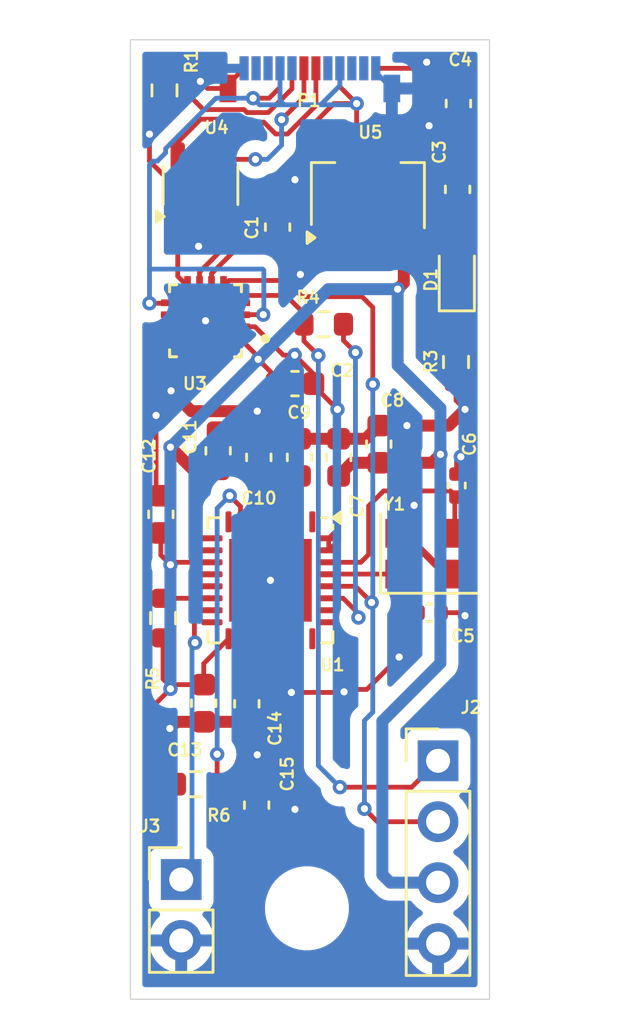
<source format=kicad_pcb>
(kicad_pcb (version 20240108) (generator "pcbnew") (generator_version "8.0")
  (layers (0 "F.Cu" signal) (31 "B.Cu" signal) (34 "B.Paste" user) (35 "F.Paste" user) (36 "B.SilkS" user "B.Silkscreen") (37 "F.SilkS" user "F.Silkscreen") (38 "B.Mask" user) (39 "F.Mask" user) (44 "Edge.Cuts" user))
  (net 0 "")
  (net 1 "GND")
  (net 2 "Net-(U3-V3)")
  (net 3 "VDD3P3")
  (net 4 "VBUS")
  (net 5 "Net-(U1-VDD_SPI{slash}GPIO11)")
  (net 6 "RESET")
  (net 7 "TXD")
  (net 8 "RXD")
  (net 9 "BOOT")
  (net 10 "Net-(D1-K)")
  (net 11 "Net-(U1-U0RXD{slash}GPIO20)")
  (net 12 "Net-(U1-GPIO8)")
  (net 21 "Net-(U1-XTAL_N)")
  (net 30 "Net-(U1-XTAL_P)")
  (net 40 "Net-(P1-D+)")
  (net 48 "Net-(P1-CC)")
  (net 49 "Net-(P1-D-)")
  (net 54 "/EMI_D+")
  (net 55 "/EMI_D-")
  (footprint "Connector_PinHeader_2.54mm:PinHeader_1x02_P2.54mm_Vertical" (layer "F.Cu") (at 102.125 99.65)
    (property "Reference" "J3" (at -1.3 -2.225 0) (layer "F.SilkS") (effects (font (size 0.5 0.5) (thickness 0.1))))
    (property "Value" "Conn_01x02_Socket")
    (pad "1" thru_hole rect (at 0 0) (size 1.7 1.7) (drill 1) (layers "*.Cu" "*.Mask") (net 9 "BOOT"))
    (pad "2" thru_hole oval (at 0 2.54) (size 1.7 1.7) (drill 1) (layers "*.Cu" "*.Mask") (net 1 "GND"))
  )
  (footprint "Misc:CH343P" (layer "F.Cu") (at 103.14 76.355 180)
    (property "Reference" "U3" (at 0.44 -2.62 0) (layer "F.SilkS") (effects (font (size 0.5 0.5) (thickness 0.1))))
    (property "Value" "CH343P")
    (pad "1" smd roundrect (at -1.445 -0.75 180) (size 0.84 0.28) (layers "F.Cu" "F.Paste" "F.Mask") (roundrect_rratio 0.125) (net 3 "VDD3P3"))
    (pad "2" smd roundrect (at -1.445 -0.25 180) (size 0.84 0.28) (layers "F.Cu" "F.Paste" "F.Mask") (roundrect_rratio 0.125) (net 1 "GND"))
    (pad "3" smd roundrect (at -1.445 0.25 180) (size 0.84 0.28) (layers "F.Cu" "F.Paste" "F.Mask") (roundrect_rratio 0.125) (net 4 "VBUS"))
    (pad "4" smd roundrect (at -1.445 0.75 180) (size 0.84 0.28) (layers "F.Cu" "F.Paste" "F.Mask") (roundrect_rratio 0.125) (net 7 "TXD"))
    (pad "5" smd roundrect (at -0.75 1.445 180) (size 0.28 0.84) (layers "F.Cu" "F.Paste" "F.Mask") (roundrect_rratio 0.125) (net 8 "RXD"))
    (pad "6" smd roundrect (at -0.25 1.445 180) (size 0.28 0.84) (layers "F.Cu" "F.Paste" "F.Mask") (roundrect_rratio 0.125) (net 2 "Net-(U3-V3)"))
    (pad "7" smd roundrect (at 0.25 1.445 180) (size 0.28 0.84) (layers "F.Cu" "F.Paste" "F.Mask") (roundrect_rratio 0.125) (net 54 "/EMI_D+"))
    (pad "8" smd roundrect (at 0.75 1.445 180) (size 0.28 0.84) (layers "F.Cu" "F.Paste" "F.Mask") (roundrect_rratio 0.125) (net 55 "/EMI_D-"))
    (pad "9" smd roundrect (at 1.445 0.75 180) (size 0.84 0.28) (layers "F.Cu" "F.Paste" "F.Mask") (roundrect_rratio 0.125) (net 4 "VBUS"))
    (pad "10" smd roundrect (at 1.445 0.25 180) (size 0.84 0.28) (layers "F.Cu" "F.Paste" "F.Mask") (roundrect_rratio 0.125))
    (pad "11" smd roundrect (at 1.445 -0.25 180) (size 0.84 0.28) (layers "F.Cu" "F.Paste" "F.Mask") (roundrect_rratio 0.125))
    (pad "12" smd roundrect (at 1.445 -0.75 180) (size 0.84 0.28) (layers "F.Cu" "F.Paste" "F.Mask") (roundrect_rratio 0.125))
    (pad "13" smd roundrect (at 0.75 -1.445 180) (size 0.28 0.84) (layers "F.Cu" "F.Paste" "F.Mask") (roundrect_rratio 0.125))
    (pad "14" smd roundrect (at 0.25 -1.445 180) (size 0.28 0.84) (layers "F.Cu" "F.Paste" "F.Mask") (roundrect_rratio 0.125))
    (pad "15" smd roundrect (at -0.25 -1.445 180) (size 0.28 0.84) (layers "F.Cu" "F.Paste" "F.Mask") (roundrect_rratio 0.125))
    (pad "16" smd roundrect (at -0.75 -1.445 180) (size 0.28 0.84) (layers "F.Cu" "F.Paste" "F.Mask") (roundrect_rratio 0.125))
    (pad "17" smd rect (at 0 0 180) (size 1.7 1.7) (layers "F.Cu" "F.Mask") (net 1 "GND"))
  )
  (footprint "Package_TO_SOT_SMD:SOT-23-6" (layer "F.Cu") (at 102.93 70.71 90)
    (property "Reference" "U4" (at 2.41 0.67 180) (layer "F.SilkS") (effects (font (size 0.5 0.5) (thickness 0.1))))
    (property "Value" "USBLC6-2SC6")
    (pad "1" smd roundrect (at -1.1375 -0.95 90) (size 1.325 0.6) (layers "F.Cu" "F.Paste" "F.Mask") (net 55 "/EMI_D-"))
    (pad "2" smd roundrect (at -1.1375 0 90) (size 1.325 0.6) (layers "F.Cu" "F.Paste" "F.Mask") (net 1 "GND"))
    (pad "3" smd roundrect (at -1.1375 0.95 90) (size 1.325 0.6) (layers "F.Cu" "F.Paste" "F.Mask") (net 54 "/EMI_D+"))
    (pad "4" smd roundrect (at 1.1375 0.95 90) (size 1.325 0.6) (layers "F.Cu" "F.Paste" "F.Mask") (net 40 "Net-(P1-D+)"))
    (pad "5" smd roundrect (at 1.1375 0 90) (size 1.325 0.6) (layers "F.Cu" "F.Paste" "F.Mask") (net 4 "VBUS"))
    (pad "6" smd roundrect (at 1.1375 -0.95 90) (size 1.325 0.6) (layers "F.Cu" "F.Paste" "F.Mask") (net 49 "Net-(P1-D-)"))
  )
  (footprint "Capacitor_SMD:C_0603_1608Metric" (layer "F.Cu") (at 106.15 72.45 90)
    (property "Reference" "C1" (at -0.025 -1.075 90) (layer "F.SilkS") (effects (font (size 0.5 0.5) (thickness 0.1))))
    (property "Value" "100nF")
    (pad "1" smd roundrect (at -0.775 0 90) (size 0.9 0.95) (layers "F.Cu" "F.Paste" "F.Mask") (net 2 "Net-(U3-V3)"))
    (pad "2" smd roundrect (at 0.775 0 90) (size 0.9 0.95) (layers "F.Cu" "F.Paste" "F.Mask") (net 1 "GND"))
  )
  (footprint "Capacitor_SMD:C_0603_1608Metric" (layer "F.Cu") (at 113.666667 70.878333 90)
    (property "Reference" "C3" (at 1.553333 -0.766667 90) (layer "F.SilkS") (effects (font (size 0.5 0.5) (thickness 0.1))))
    (property "Value" "22uF")
    (pad "1" smd roundrect (at -0.775 0 90) (size 0.9 0.95) (layers "F.Cu" "F.Paste" "F.Mask") (net 3 "VDD3P3"))
    (pad "2" smd roundrect (at 0.775 0 90) (size 0.9 0.95) (layers "F.Cu" "F.Paste" "F.Mask") (net 1 "GND"))
  )
  (footprint "Capacitor_SMD:C_0603_1608Metric" (layer "F.Cu") (at 108.7 82.05 90)
    (property "Reference" "C7" (at -2.025 0.775 90) (layer "F.SilkS") (effects (font (size 0.5 0.5) (thickness 0.1))))
    (property "Value" "10nF")
    (pad "1" smd roundrect (at -0.775 0 90) (size 0.9 0.95) (layers "F.Cu" "F.Paste" "F.Mask") (net 3 "VDD3P3"))
    (pad "2" smd roundrect (at 0.775 0 90) (size 0.9 0.95) (layers "F.Cu" "F.Paste" "F.Mask") (net 1 "GND"))
  )
  (footprint "LED_SMD:LED_0603_1608Metric" (layer "F.Cu") (at 113.633334 74.456666 90)
    (property "Reference" "D1" (at -0.193334 -1.083334 90) (layer "F.SilkS") (effects (font (size 0.5 0.5) (thickness 0.1))))
    (property "Value" "KT-0603R")
    (pad "1" smd roundrect (at -0.7875 0 90) (size 0.875 0.95) (layers "F.Cu" "F.Paste" "F.Mask") (net 10 "Net-(D1-K)"))
    (pad "2" smd roundrect (at 0.7875 0 90) (size 0.875 0.95) (layers "F.Cu" "F.Paste" "F.Mask") (net 3 "VDD3P3"))
  )
  (footprint "Resistor_SMD:R_0603_1608Metric" (layer "F.Cu") (at 101.365 88.75 90)
    (property "Reference" "R5" (at -2.525 -0.425 90) (layer "F.SilkS") (effects (font (size 0.5 0.5) (thickness 0.1))))
    (property "Value" "10k")
    (pad "1" smd roundrect (at -0.825 0 90) (size 0.8 0.95) (layers "F.Cu" "F.Paste" "F.Mask") (net 3 "VDD3P3"))
    (pad "2" smd roundrect (at 0.825 0 90) (size 0.8 0.95) (layers "F.Cu" "F.Paste" "F.Mask") (net 12 "Net-(U1-GPIO8)"))
  )
  (footprint "Capacitor_SMD:C_0603_1608Metric" (layer "F.Cu") (at 103.665 81.775 90)
    (property "Reference" "C11" (at 0.575 -1.175 90) (layer "F.SilkS") (effects (font (size 0.5 0.5) (thickness 0.1))))
    (property "Value" "10uF")
    (pad "1" smd roundrect (at -0.775 0 90) (size 0.9 0.95) (layers "F.Cu" "F.Paste" "F.Mask") (net 3 "VDD3P3"))
    (pad "2" smd roundrect (at 0.775 0 90) (size 0.9 0.95) (layers "F.Cu" "F.Paste" "F.Mask") (net 1 "GND"))
  )
  (footprint "Capacitor_SMD:C_0603_1608Metric" (layer "F.Cu") (at 105.275 96.55 -90)
    (property "Reference" "C15" (at -1.3 -1.275 90) (layer "F.SilkS") (effects (font (size 0.5 0.5) (thickness 0.1) (bold yes))))
    (property "Value" "1uF")
    (pad "1" smd roundrect (at -0.775 0 270) (size 0.9 0.95) (layers "F.Cu" "F.Paste" "F.Mask") (net 6 "RESET"))
    (pad "2" smd roundrect (at 0.775 0 270) (size 0.9 0.95) (layers "F.Cu" "F.Paste" "F.Mask") (net 1 "GND"))
  )
  (footprint "Resistor_SMD:R_0603_1608Metric" (layer "F.Cu") (at 101.425 66.75 -90)
    (property "Reference" "R1" (at -1.2 -1.125 90) (layer "F.SilkS") (effects (font (size 0.5 0.5) (thickness 0.1))))
    (property "Value" "5.1k")
    (pad "1" smd roundrect (at -0.825 0 270) (size 0.8 0.95) (layers "F.Cu" "F.Paste" "F.Mask") (net 48 "Net-(P1-CC)"))
    (pad "2" smd roundrect (at 0.825 0 270) (size 0.8 0.95) (layers "F.Cu" "F.Paste" "F.Mask") (net 1 "GND"))
  )
  (footprint "Package_TO_SOT_SMD:SOT-89-3" (layer "F.Cu") (at 109.92 71.12 90)
    (property "Reference" "U5" (at 2.62 0.105 180) (layer "F.SilkS") (effects (font (size 0.5 0.5) (thickness 0.1))))
    (property "Value" "HT75xx-1-SOT89")
    (pad "1" smd roundrect (at -1.95 -1.5 90) (size 1.3 0.9) (layers "F.Cu" "F.Paste" "F.Mask") (net 1 "GND"))
    (pad "2" smd custom (at -1.8625 0 90) (size 1.475 0.9) (layers "F.Cu" "F.Paste" "F.Mask") (net 4 "VBUS") (options (clearance outline) (anchor rect)) (primitives (gr_poly (pts (xy 3.8625 0.8665) (xy 0.7375 0.8665) (xy 0.7375 -0.8665) (xy 3.8625 -0.8665)) (width 0) (fill yes))))
    (pad "3" smd roundrect (at -1.95 1.5 90) (size 1.3 0.9) (layers "F.Cu" "F.Paste" "F.Mask") (net 3 "VDD3P3"))
  )
  (footprint "Connector_PinHeader_2.54mm:PinHeader_1x04_P2.54mm_Vertical" (layer "F.Cu") (at 112.85 94.7)
    (property "Reference" "J2" (at 1.375 -2.225 0) (layer "F.SilkS") (effects (font (size 0.5 0.5) (thickness 0.1))))
    (property "Value" "Conn_01x04_Socket")
    (pad "1" thru_hole rect (at 0 0) (size 1.7 1.7) (drill 1) (layers "*.Cu" "*.Mask") (net 7 "TXD"))
    (pad "2" thru_hole oval (at 0 2.54) (size 1.7 1.7) (drill 1) (layers "*.Cu" "*.Mask") (net 8 "RXD"))
    (pad "3" thru_hole oval (at 0 5.08) (size 1.7 1.7) (drill 1) (layers "*.Cu" "*.Mask") (net 3 "VDD3P3"))
    (pad "4" thru_hole oval (at 0 7.62) (size 1.7 1.7) (drill 1) (layers "*.Cu" "*.Mask") (net 1 "GND"))
  )
  (footprint "MountingHole:MountingHole_3mm" (layer "F.Cu") (at 107.375 100.85)
    (property "Reference" "REF**" (hide yes))
    (property "Value" "MountingHole_3mm")
    (pad "" np_thru_hole circle (at 0 0) (size 3 3) (drill 3) (layers "*.Cu" "*.Mask"))
  )
  (footprint "Crystal:Crystal_SMD_3225-4Pin_3.2x2.5mm" (layer "F.Cu") (at 112.45 86.065)
    (property "Reference" "Y1" (at -1.425 -2.065 0) (layer "F.SilkS") (effects (font (size 0.5 0.5) (thickness 0.1))))
    (property "Value" "Crystal_GND24")
    (pad "1" smd rect (at -1.1 0.85) (size 1.4 1.2) (layers "F.Cu" "F.Paste" "F.Mask") (net 21 "Net-(U1-XTAL_N)"))
    (pad "2" smd rect (at 1.1 0.85) (size 1.4 1.2) (layers "F.Cu" "F.Paste" "F.Mask") (net 1 "GND"))
    (pad "3" smd rect (at 1.1 -0.85) (size 1.4 1.2) (layers "F.Cu" "F.Paste" "F.Mask") (net 30 "Net-(U1-XTAL_P)"))
    (pad "4" smd rect (at -1.1 -0.85) (size 1.4 1.2) (layers "F.Cu" "F.Paste" "F.Mask") (net 1 "GND"))
  )
  (footprint "Capacitor_SMD:C_0402_1005Metric" (layer "F.Cu") (at 113.625 83.225 90)
    (property "Reference" "C6" (at 1.725 0.535 90) (layer "F.SilkS") (effects (font (size 0.5 0.5) (thickness 0.1))))
    (property "Value" "20pF")
    (pad "1" smd roundrect (at -0.48 0 90) (size 0.56 0.62) (layers "F.Cu" "F.Paste" "F.Mask") (net 30 "Net-(U1-XTAL_P)"))
    (pad "2" smd roundrect (at 0.48 0 90) (size 0.56 0.62) (layers "F.Cu" "F.Paste" "F.Mask") (net 1 "GND"))
  )
  (footprint "Connector_USB:USB_C_Plug_Molex_105444" (layer "F.Cu") (at 107.5 65.79)
    (property "Reference" "P1" (at -0.05 1.385 0) (layer "F.SilkS") (effects (font (size 0.5 0.5) (thickness 0.1))))
    (property "Value" "USB_C_Plug")
    (pad "A1" smd rect (at -2.75 0.04) (size 0.38 1) (layers "F.Cu" "F.Paste" "F.Mask") (net 1 "GND"))
    (pad "A2" smd rect (at -2.25 0.04) (size 0.38 1) (layers "F.Cu" "F.Paste" "F.Mask"))
    (pad "A3" smd rect (at -1.75 0.04) (size 0.38 1) (layers "F.Cu" "F.Paste" "F.Mask"))
    (pad "A4" smd rect (at -1.25 0.04) (size 0.38 1) (layers "F.Cu" "F.Paste" "F.Mask") (net 4 "VBUS"))
    (pad "A5" smd rect (at -0.75 0.04) (size 0.38 1) (layers "F.Cu" "F.Paste" "F.Mask") (net 48 "Net-(P1-CC)"))
    (pad "A6" smd rect (at -0.25 0.04) (size 0.38 1) (layers "F.Cu" "F.Paste" "F.Mask") (net 40 "Net-(P1-D+)"))
    (pad "A7" smd rect (at 0.25 0.04) (size 0.38 1) (layers "F.Cu" "F.Paste" "F.Mask") (net 49 "Net-(P1-D-)"))
    (pad "A8" smd rect (at 0.75 0.04) (size 0.38 1) (layers "F.Cu" "F.Paste" "F.Mask"))
    (pad "A9" smd rect (at 1.25 0.04) (size 0.38 1) (layers "F.Cu" "F.Paste" "F.Mask") (net 4 "VBUS"))
    (pad "A10" smd rect (at 1.75 0.04) (size 0.38 1) (layers "F.Cu" "F.Paste" "F.Mask"))
    (pad "A11" smd rect (at 2.25 0.04) (size 0.38 1) (layers "F.Cu" "F.Paste" "F.Mask"))
    (pad "A12" smd rect (at 2.75 0.04) (size 0.38 1) (layers "F.Cu" "F.Paste" "F.Mask") (net 1 "GND"))
    (pad "B1" smd rect (at 2.75 0.04) (size 0.38 1) (layers "B.Cu" "B.Paste" "B.Mask") (net 1 "GND"))
    (pad "B2" smd rect (at 2.25 0.04) (size 0.38 1) (layers "B.Cu" "B.Paste" "B.Mask"))
    (pad "B3" smd rect (at 1.75 0.04) (size 0.38 1) (layers "B.Cu" "B.Paste" "B.Mask"))
    (pad "B4" smd rect (at 1.25 0.04) (size 0.38 1) (layers "B.Cu" "B.Paste" "B.Mask") (net 4 "VBUS"))
    (pad "B5" smd rect (at 0.75 0.04) (size 0.38 1) (layers "B.Cu" "B.Paste" "B.Mask"))
    (pad "B8" smd rect (at -0.75 0.04) (size 0.38 1) (layers "B.Cu" "B.Paste" "B.Mask"))
    (pad "B9" smd rect (at -1.25 0.04) (size 0.38 1) (layers "B.Cu" "B.Paste" "B.Mask") (net 4 "VBUS"))
    (pad "B10" smd rect (at -1.75 0.04) (size 0.38 1) (layers "B.Cu" "B.Paste" "B.Mask"))
    (pad "B11" smd rect (at -2.25 0.04) (size 0.38 1) (layers "B.Cu" "B.Paste" "B.Mask"))
    (pad "B12" smd rect (at -2.75 0.04) (size 0.38 1) (layers "B.Cu" "B.Paste" "B.Mask") (net 1 "GND"))
    (pad "S1" smd rect (at -3.42 0.88) (size 0.7 1.15) (layers "F.Cu" "F.Paste" "F.Mask") (net 1 "GND"))
    (pad "S1" smd rect (at 3.42 0.88) (size 0.7 1.15) (layers "B.Cu" "B.Paste" "B.Mask") (net 1 "GND"))
  )
  (footprint "Resistor_SMD:R_0603_1608Metric" (layer "F.Cu") (at 102.75 95.675)
    (property "Reference" "R6" (at 0.95 1.3 0) (layer "F.SilkS") (effects (font (size 0.5 0.5) (thickness 0.1))))
    (property "Value" "10k")
    (pad "1" smd roundrect (at -0.825 0) (size 0.8 0.95) (layers "F.Cu" "F.Paste" "F.Mask") (net 3 "VDD3P3"))
    (pad "2" smd roundrect (at 0.825 0) (size 0.8 0.95) (layers "F.Cu" "F.Paste" "F.Mask") (net 6 "RESET"))
  )
  (footprint "Capacitor_SMD:C_0603_1608Metric" (layer "F.Cu") (at 105.365 82.05 90)
    (property "Reference" "C10" (at -1.7 0.01 180) (layer "F.SilkS") (effects (font (size 0.5 0.5) (thickness 0.1))))
    (property "Value" "100nF")
    (pad "1" smd roundrect (at -0.775 0 90) (size 0.9 0.95) (layers "F.Cu" "F.Paste" "F.Mask") (net 3 "VDD3P3"))
    (pad "2" smd roundrect (at 0.775 0 90) (size 0.9 0.95) (layers "F.Cu" "F.Paste" "F.Mask") (net 1 "GND"))
  )
  (footprint "Capacitor_SMD:C_0603_1608Metric" (layer "F.Cu") (at 104.865 92.325 -90)
    (property "Reference" "C14" (at 1.025 -1.175 90) (layer "F.SilkS") (effects (font (size 0.5 0.5) (thickness 0.1))))
    (property "Value" "1uF")
    (pad "1" smd roundrect (at -0.775 0 270) (size 0.9 0.95) (layers "F.Cu" "F.Paste" "F.Mask") (net 5 "Net-(U1-VDD_SPI{slash}GPIO11)"))
    (pad "2" smd roundrect (at 0.775 0 270) (size 0.9 0.95) (layers "F.Cu" "F.Paste" "F.Mask") (net 1 "GND"))
  )
  (footprint "Package_DFN_QFN:QFN-32-1EP_5x5mm_P0.5mm_EP3.45x3.45mm" (layer "F.Cu") (at 105.85 87.175 -90)
    (property "Reference" "U1" (at 3.525 -2.59 180) (layer "F.SilkS") (effects (font (size 0.5 0.5) (thickness 0.1))))
    (property "Value" "ESP32-C3")
    (pad "1" smd roundrect (at -2.4375 -1.75 270) (size 0.875 0.25) (layers "F.Cu" "F.Paste" "F.Mask"))
    (pad "2" smd roundrect (at -2.4375 -1.25 270) (size 0.875 0.25) (layers "F.Cu" "F.Paste" "F.Mask") (net 3 "VDD3P3"))
    (pad "3" smd roundrect (at -2.4375 -0.75 270) (size 0.875 0.25) (layers "F.Cu" "F.Paste" "F.Mask") (net 3 "VDD3P3"))
    (pad "4" smd roundrect (at -2.4375 -0.25 270) (size 0.875 0.25) (layers "F.Cu" "F.Paste" "F.Mask"))
    (pad "5" smd roundrect (at -2.4375 0.25 270) (size 0.875 0.25) (layers "F.Cu" "F.Paste" "F.Mask"))
    (pad "6" smd roundrect (at -2.4375 0.75 270) (size 0.875 0.25) (layers "F.Cu" "F.Paste" "F.Mask"))
    (pad "7" smd roundrect (at -2.4375 1.25 270) (size 0.875 0.25) (layers "F.Cu" "F.Paste" "F.Mask") (net 6 "RESET"))
    (pad "8" smd roundrect (at -2.4375 1.75 270) (size 0.875 0.25) (layers "F.Cu" "F.Paste" "F.Mask"))
    (pad "9" smd roundrect (at -1.75 2.4375 270) (size 0.25 0.875) (layers "F.Cu" "F.Paste" "F.Mask"))
    (pad "10" smd roundrect (at -1.25 2.4375 270) (size 0.25 0.875) (layers "F.Cu" "F.Paste" "F.Mask"))
    (pad "11" smd roundrect (at -0.75 2.4375 270) (size 0.25 0.875) (layers "F.Cu" "F.Paste" "F.Mask") (net 3 "VDD3P3"))
    (pad "12" smd roundrect (at -0.25 2.4375 270) (size 0.25 0.875) (layers "F.Cu" "F.Paste" "F.Mask"))
    (pad "13" smd roundrect (at 0.25 2.4375 270) (size 0.25 0.875) (layers "F.Cu" "F.Paste" "F.Mask"))
    (pad "14" smd roundrect (at 0.75 2.4375 270) (size 0.25 0.875) (layers "F.Cu" "F.Paste" "F.Mask") (net 12 "Net-(U1-GPIO8)"))
    (pad "15" smd roundrect (at 1.25 2.4375 270) (size 0.25 0.875) (layers "F.Cu" "F.Paste" "F.Mask") (net 9 "BOOT"))
    (pad "16" smd roundrect (at 1.75 2.4375 270) (size 0.25 0.875) (layers "F.Cu" "F.Paste" "F.Mask"))
    (pad "17" smd roundrect (at 2.4375 1.75 270) (size 0.875 0.25) (layers "F.Cu" "F.Paste" "F.Mask") (net 3 "VDD3P3"))
    (pad "18" smd roundrect (at 2.4375 1.25 270) (size 0.875 0.25) (layers "F.Cu" "F.Paste" "F.Mask") (net 5 "Net-(U1-VDD_SPI{slash}GPIO11)"))
    (pad "19" smd roundrect (at 2.4375 0.75 270) (size 0.875 0.25) (layers "F.Cu" "F.Paste" "F.Mask"))
    (pad "20" smd roundrect (at 2.4375 0.25 270) (size 0.875 0.25) (layers "F.Cu" "F.Paste" "F.Mask"))
    (pad "21" smd roundrect (at 2.4375 -0.25 270) (size 0.875 0.25) (layers "F.Cu" "F.Paste" "F.Mask"))
    (pad "22" smd roundrect (at 2.4375 -0.75 270) (size 0.875 0.25) (layers "F.Cu" "F.Paste" "F.Mask"))
    (pad "23" smd roundrect (at 2.4375 -1.25 270) (size 0.875 0.25) (layers "F.Cu" "F.Paste" "F.Mask"))
    (pad "24" smd roundrect (at 2.4375 -1.75 270) (size 0.875 0.25) (layers "F.Cu" "F.Paste" "F.Mask"))
    (pad "25" smd roundrect (at 1.75 -2.4375 270) (size 0.25 0.875) (layers "F.Cu" "F.Paste" "F.Mask"))
    (pad "26" smd roundrect (at 1.25 -2.4375 270) (size 0.25 0.875) (layers "F.Cu" "F.Paste" "F.Mask"))
    (pad "27" smd roundrect (at 0.75 -2.4375 270) (size 0.25 0.875) (layers "F.Cu" "F.Paste" "F.Mask") (net 11 "Net-(U1-U0RXD{slash}GPIO20)"))
    (pad "28" smd roundrect (at 0.25 -2.4375 270) (size 0.25 0.875) (layers "F.Cu" "F.Paste" "F.Mask") (net 8 "RXD"))
    (pad "29" smd roundrect (at -0.25 -2.4375 270) (size 0.25 0.875) (layers "F.Cu" "F.Paste" "F.Mask") (net 21 "Net-(U1-XTAL_N)"))
    (pad "30" smd roundrect (at -0.75 -2.4375 270) (size 0.25 0.875) (layers "F.Cu" "F.Paste" "F.Mask") (net 30 "Net-(U1-XTAL_P)"))
    (pad "31" smd roundrect (at -1.25 -2.4375 270) (size 0.25 0.875) (layers "F.Cu" "F.Paste" "F.Mask") (net 3 "VDD3P3"))
    (pad "32" smd roundrect (at -1.75 -2.4375 270) (size 0.25 0.875) (layers "F.Cu" "F.Paste" "F.Mask") (net 3 "VDD3P3"))
    (pad "33" smd rect (at 0 0 270) (size 3.45 3.45) (property pad_prop_heatsink) (layers "F.Cu" "F.Mask") (net 1 "GND"))
  )
  (footprint "Capacitor_SMD:C_0603_1608Metric" (layer "F.Cu") (at 101.275 84.425 90)
    (property "Reference" "C12" (at 2.425 -0.49 90) (layer "F.SilkS") (effects (font (size 0.5 0.5) (thickness 0.1))))
    (property "Value" "100nF")
    (pad "1" smd roundrect (at -0.775 0 90) (size 0.9 0.95) (layers "F.Cu" "F.Paste" "F.Mask") (net 3 "VDD3P3"))
    (pad "2" smd roundrect (at 0.775 0 90) (size 0.9 0.95) (layers "F.Cu" "F.Paste" "F.Mask") (net 1 "GND"))
  )
  (footprint "Capacitor_SMD:C_0603_1608Metric" (layer "F.Cu") (at 106.875 78.975)
    (property "Reference" "C2" (at 1.975 -0.55 0) (layer "F.SilkS") (effects (font (size 0.5 0.5) (thickness 0.1))))
    (property "Value" "1uF")
    (pad "1" smd roundrect (at -0.775 0) (size 0.9 0.95) (layers "F.Cu" "F.Paste" "F.Mask") (net 3 "VDD3P3"))
    (pad "2" smd roundrect (at 0.775 0) (size 0.9 0.95) (layers "F.Cu" "F.Paste" "F.Mask") (net 1 "GND"))
  )
  (footprint "Capacitor_SMD:C_0603_1608Metric" (layer "F.Cu") (at 107.065 82.05 90)
    (property "Reference" "C9" (at 1.875 -0.015 180) (layer "F.SilkS") (effects (font (size 0.5 0.5) (thickness 0.1))))
    (property "Value" "1uF")
    (pad "1" smd roundrect (at -0.775 0 90) (size 0.9 0.95) (layers "F.Cu" "F.Paste" "F.Mask") (net 3 "VDD3P3"))
    (pad "2" smd roundrect (at 0.775 0 90) (size 0.9 0.95) (layers "F.Cu" "F.Paste" "F.Mask") (net 1 "GND"))
  )
  (footprint "Resistor_SMD:R_0603_1608Metric" (layer "F.Cu") (at 113.600001 78.075 90)
    (property "Reference" "R3" (at 0.025 -1.050001 90) (layer "F.SilkS") (effects (font (size 0.5 0.5) (thickness 0.1))))
    (property "Value" "100")
    (pad "1" smd roundrect (at -0.825 0 90) (size 0.8 0.95) (layers "F.Cu" "F.Paste" "F.Mask") (net 1 "GND"))
    (pad "2" smd roundrect (at 0.825 0 90) (size 0.8 0.95) (layers "F.Cu" "F.Paste" "F.Mask") (net 10 "Net-(D1-K)"))
  )
  (footprint "Capacitor_SMD:C_0603_1608Metric" (layer "F.Cu") (at 103.065 92.3 -90)
    (property "Reference" "C13" (at 1.95 0.79 180) (layer "F.SilkS") (effects (font (size 0.5 0.5) (thickness 0.1))))
    (property "Value" "1uF")
    (pad "1" smd roundrect (at -0.775 0 270) (size 0.9 0.95) (layers "F.Cu" "F.Paste" "F.Mask") (net 3 "VDD3P3"))
    (pad "2" smd roundrect (at 0.775 0 270) (size 0.9 0.95) (layers "F.Cu" "F.Paste" "F.Mask") (net 1 "GND"))
  )
  (footprint "Capacitor_SMD:C_0603_1608Metric" (layer "F.Cu") (at 110.375 81.5 90)
    (property "Reference" "C8" (at 1.825 0.575 180) (layer "F.SilkS") (effects (font (size 0.5 0.5) (thickness 0.1))))
    (property "Value" "1uF")
    (pad "1" smd roundrect (at -0.775 0 90) (size 0.9 0.95) (layers "F.Cu" "F.Paste" "F.Mask") (net 3 "VDD3P3"))
    (pad "2" smd roundrect (at 0.775 0 90) (size 0.9 0.95) (layers "F.Cu" "F.Paste" "F.Mask") (net 1 "GND"))
  )
  (footprint "Capacitor_SMD:C_0603_1608Metric" (layer "F.Cu") (at 113.7 67.3 -90)
    (property "Reference" "C4" (at -1.825 -0.075 180) (layer "F.SilkS") (effects (font (size 0.5 0.5) (thickness 0.1))))
    (property "Value" "22uF")
    (pad "1" smd roundrect (at -0.775 0 270) (size 0.9 0.95) (layers "F.Cu" "F.Paste" "F.Mask") (net 4 "VBUS"))
    (pad "2" smd roundrect (at 0.775 0 270) (size 0.9 0.95) (layers "F.Cu" "F.Paste" "F.Mask") (net 1 "GND"))
  )
  (footprint "Capacitor_SMD:C_0402_1005Metric" (layer "F.Cu") (at 112.495 88.525)
    (property "Reference" "C5" (at 1.4 0.975 0) (layer "F.SilkS") (effects (font (size 0.5 0.5) (thickness 0.1))))
    (property "Value" "20pF")
    (pad "1" smd roundrect (at -0.48 0) (size 0.56 0.62) (layers "F.Cu" "F.Paste" "F.Mask") (net 21 "Net-(U1-XTAL_N)"))
    (pad "2" smd roundrect (at 0.48 0) (size 0.56 0.62) (layers "F.Cu" "F.Paste" "F.Mask") (net 1 "GND"))
  )
  (footprint "Resistor_SMD:R_0603_1608Metric" (layer "F.Cu") (at 108.075 76.5)
    (property "Reference" "R4" (at -0.65 -1.125 0) (layer "F.SilkS") (effects (font (size 0.5 0.5) (thickness 0.1))))
    (property "Value" "499")
    (pad "1" smd roundrect (at -0.825 0) (size 0.8 0.95) (layers "F.Cu" "F.Paste" "F.Mask") (net 7 "TXD"))
    (pad "2" smd roundrect (at 0.825 0) (size 0.8 0.95) (layers "F.Cu" "F.Paste" "F.Mask") (net 11 "Net-(U1-U0RXD{slash}GPIO20)"))
  )
  (gr_rect (start 100 64.64) (end 115 104.64) (stroke (width 0.05)) (fill none) (layer "Edge.Cuts"))
  (segment (start 105.365 80.19) (end 105.3 80.125) (width 0.5) (layer "F.Cu") (net 1))
  (segment (start 111.45 85.215) (end 113.15 86.915) (width 0.3) (layer "F.Cu") (net 1))
  (segment (start 108.42 73.07) (end 107.025 71.675) (width 0.2) (layer "F.Cu") (net 1))
  (segment (start 111.55 80.725) (end 110.375 80.725) (width 0.5) (layer "F.Cu") (net 1))
  (segment (start 100.8 69.695552) (end 101.979448 70.875) (width 0.2) (layer "F.Cu") (net 1))
  (segment (start 111.35 85.215) (end 111.35 84.55) (width 0.2) (layer "F.Cu") (net 1))
  (segment (start 110.25 65.83) (end 112.12 65.83) (width 0.2) (layer "F.Cu") (net 1))
  (segment (start 105.3 93.535) (end 104.865 93.1) (width 0.2) (layer "F.Cu") (net 1))
  (segment (start 101.979448 70.875) (end 102.7 70.875) (width 0.2) (layer "F.Cu") (net 1))
  (segment (start 112.975 87.49) (end 113.55 86.915) (width 0.2) (layer "F.Cu") (net 1))
  (segment (start 112.625 68.075) (end 112.475 68.225) (width 0.2) (layer "F.Cu") (net 1))
  (segment (start 111.55 80.725) (end 113.3 80.725) (width 0.5) (layer "F.Cu") (net 1))
  (segment (start 107.065 81.275) (end 108.7 81.275) (width 0.5) (layer "F.Cu") (net 1))
  (segment (start 101.075 83.45) (end 101.275 83.65) (width 0.2) (layer "F.Cu") (net 1))
  (segment (start 102.93 71.105) (end 102.93 71.8475) (width 0.2) (layer "F.Cu") (net 1))
  (segment (start 112.12 65.83) (end 112.375 65.575) (width 0.2) (layer "F.Cu") (net 1))
  (segment (start 113.625 82.2) (end 113.8 82.025) (width 0.2) (layer "F.Cu") (net 1))
  (segment (start 108.7 81.275) (end 109.825 81.275) (width 0.5) (layer "F.Cu") (net 1))
  (segment (start 101.925 93.075) (end 101.65 93.35) (width 0.5) (layer "F.Cu") (net 1))
  (segment (start 104.08 66.67) (end 103.22 66.67) (width 0.2) (layer "F.Cu") (net 1))
  (segment (start 106.388971 77.7875) (end 105.206471 76.605) (width 0.2) (layer "F.Cu") (net 1))
  (segment (start 103.065 93.075) (end 104.84 93.075) (width 0.5) (layer "F.Cu") (net 1))
  (segment (start 104.08 66.67) (end 104.08 66.5) (width 0.2) (layer "F.Cu") (net 1))
  (segment (start 104.84 93.075) (end 104.865 93.1) (width 0.5) (layer "F.Cu") (net 1))
  (segment (start 100.8 68.575) (end 101.425 67.95) (width 0.2) (layer "F.Cu") (net 1))
  (segment (start 112.975 88.525) (end 112.975 87.49) (width 0.2) (layer "F.Cu") (net 1))
  (segment (start 111.35 84.55) (end 111.85 84.05) (width 0.2) (layer "F.Cu") (net 1))
  (segment (start 103.94 81.275) (end 103.665 81) (width 0.2) (layer "F.Cu") (net 1))
  (segment (start 102.55 80.125) (end 101.7 79.275) (width 0.5) (layer "F.Cu") (net 1))
  (segment (start 106.15 71.2) (end 106.875 70.475) (width 0.2) (layer "F.Cu") (net 1))
  (segment (start 109.875 91.725) (end 111.225 90.375) (width 0.2) (layer "F.Cu") (net 1))
  (segment (start 108.42 73.07) (end 108.42 73.105) (width 0.2) (layer "F.Cu") (net 1))
  (segment (start 112.975 88.525) (end 113.85 88.525) (width 0.2) (layer "F.Cu") (net 1))
  (segment (start 101.075 80.3) (end 101.075 79.9) (width 0.2) (layer "F.Cu") (net 1))
  (segment (start 113.666667 70.103333) (end 113.666667 68.108333) (width 0.2) (layer "F.Cu") (net 1))
  (segment (start 111.35 85.215) (end 111.45 85.215) (width 0.2) (layer "F.Cu") (net 1))
  (segment (start 106.875 96.725) (end 106.275 97.325) (width 0.2) (layer "F.Cu") (net 1))
  (segment (start 103.065 93.075) (end 101.925 93.075) (width 0.5) (layer "F.Cu") (net 1))
  (segment (start 109.825 81.275) (end 110.375 80.725) (width 0.5) (layer "F.Cu") (net 1))
  (segment (start 105.3 94.45) (end 105.3 93.535) (width 0.2) (layer "F.Cu") (net 1))
  (segment (start 109.025 91.725) (end 109.875 91.725) (width 0.2) (layer "F.Cu") (net 1))
  (segment (start 103.22 66.67) (end 102.925 66.375) (width 0.2) (layer "F.Cu") (net 1))
  (segment (start 113.85 88.525) (end 113.975 88.65) (width 0.2) (layer "F.Cu") (net 1))
  (segment (start 108.65 81.225) (end 108.7 81.275) (width 0.2) (layer "F.Cu") (net 1))
  (segment (start 113.625 82.745) (end 113.625 82.2) (width 0.2) (layer "F.Cu") (net 1))
  (segment (start 101.075 80.3) (end 101.075 83.45) (width 0.2) (layer "F.Cu") (net 1))
  (segment (start 106.8625 77.7875) (end 106.388971 77.7875) (width 0.2) (layer "F.Cu") (net 1))
  (segment (start 103.665 81) (end 106.79 81) (width 0.5) (layer "F.Cu") (net 1))
  (segment (start 107.65 78.975) (end 107.65 79.05) (width 0.2) (layer "F.Cu") (net 1))
  (segment (start 101.425 67.95) (end 101.425 67.575) (width 0.2) (layer "F.Cu") (net 1))
  (segment (start 113.600001 78.9) (end 113.600001 79.675001) (width 0.2) (layer "F.Cu") (net 1))
  (segment (start 102.85 73.25) (end 102.93 73.17) (width 0.2) (layer "F.Cu") (net 1))
  (segment (start 107.65 78.575) (end 107.65 78.975) (width 0.2) (layer "F.Cu") (net 1))
  (segment (start 108.65 80.05) (end 108.65 81.225) (width 0.2) (layer "F.Cu") (net 1))
  (segment (start 105.206471 76.605) (end 104.585 76.605) (width 0.2) (layer "F.Cu") (net 1))
  (segment (start 106.8625 77.7875) (end 107.65 78.575) (width 0.2) (layer "F.Cu") (net 1))
  (segment (start 102.93 73.17) (end 102.93 71.8475) (width 0.2) (layer "F.Cu") (net 1))
  (segment (start 104.08 66.5) (end 104.75 65.83) (width 0.2) (layer "F.Cu") (net 1))
  (segment (start 107.65 79.05) (end 108.65 80.05) (width 0.2) (layer "F.Cu") (net 1))
  (segment (start 108.42 73.105) (end 107.1 74.425) (width 0.2) (layer "F.Cu") (net 1))
  (segment (start 107.025 71.675) (end 106.15 71.675) (width 0.2) (layer "F.Cu") (net 1))
  (segment (start 113.3 80.725) (end 113.975 80.05) (width 0.5) (layer "F.Cu") (net 1))
  (segment (start 105.365 81.275) (end 105.365 80.19) (width 0.5) (layer "F.Cu") (net 1))
  (segment (start 106.275 97.325) (end 105.275 97.325) (width 0.2) (layer "F.Cu") (net 1))
  (segment (start 113.600001 79.675001) (end 113.975 80.05) (width 0.2) (layer "F.Cu") (net 1))
  (segment (start 106.725 91.85) (end 108.9 91.85) (width 0.2) (layer "F.Cu") (net 1))
  (segment (start 113.666667 68.108333) (end 113.7 68.075) (width 0.2) (layer "F.Cu") (net 1))
  (segment (start 101.075 79.9) (end 101.7 79.275) (width 0.2) (layer "F.Cu") (net 1))
  (segment (start 100.8 68.575) (end 100.8 69.695552) (width 0.2) (layer "F.Cu") (net 1))
  (segment (start 108.9 91.85) (end 108.925 91.825) (width 0.2) (layer "F.Cu") (net 1))
  (segment (start 106.15 71.675) (end 106.15 71.2) (width 0.2) (layer "F.Cu") (net 1))
  (segment (start 113.7 68.075) (end 112.625 68.075) (width 0.2) (layer "F.Cu") (net 1))
  (segment (start 108.925 91.825) (end 109.025 91.725) (width 0.2) (layer "F.Cu") (net 1))
  (segment (start 102.7 70.875) (end 102.93 71.105) (width 0.2) (layer "F.Cu") (net 1))
  (segment (start 113.15 86.915) (end 113.55 86.915) (width 0.2) (layer "F.Cu") (net 1))
  (segment (start 106.79 81) (end 107.065 81.275) (width 0.2) (layer "F.Cu") (net 1))
  (segment (start 105.3 80.125) (end 102.55 80.125) (width 0.5) (layer "F.Cu") (net 1))
  (via (at 103.14 76.355) (size 0.6) (drill 0.3) (layers "F.Cu" "B.Cu") (net 1))
  (via (at 113.8 82.025) (size 0.6) (drill 0.3) (layers "F.Cu" "B.Cu") (net 1))
  (via (at 111.225 90.375) (size 0.6) (drill 0.3) (layers "F.Cu" "B.Cu") (net 1))
  (via (at 101.7 79.275) (size 0.6) (drill 0.3) (layers "F.Cu" "B.Cu") (net 1))
  (via (at 107.1 74.425) (size 0.6) (drill 0.3) (layers "F.Cu" "B.Cu") (net 1))
  (via (at 102.85 73.25) (size 0.6) (drill 0.3) (layers "F.Cu" "B.Cu") (net 1))
  (via (at 112.475 68.225) (size 0.6) (drill 0.3) (layers "F.Cu" "B.Cu") (net 1))
  (via (at 106.875 70.475) (size 0.6) (drill 0.3) (layers "F.Cu" "B.Cu") (net 1))
  (via (at 113.975 88.65) (size 0.6) (drill 0.3) (layers "F.Cu" "B.Cu") (net 1))
  (via (at 108.925 91.825) (size 0.6) (drill 0.3) (layers "F.Cu" "B.Cu") (net 1))
  (via (at 101.65 93.35) (size 0.6) (drill 0.3) (layers "F.Cu" "B.Cu") (net 1))
  (via (at 105.3 94.45) (size 0.6) (drill 0.3) (layers "F.Cu" "B.Cu") (net 1))
  (via (at 106.8625 77.7875) (size 0.6) (drill 0.3) (layers "F.Cu" "B.Cu") (net 1))
  (via (at 113.975 80.05) (size 0.6) (drill 0.3) (layers "F.Cu" "B.Cu") (net 1))
  (via (at 105.85 87.175) (size 0.6) (drill 0.3) (layers "F.Cu" "B.Cu") (net 1))
  (via (at 106.725 91.85) (size 0.6) (drill 0.3) (layers "F.Cu" "B.Cu") (net 1))
  (via (at 106.875 96.725) (size 0.6) (drill 0.3) (layers "F.Cu" "B.Cu") (net 1))
  (via (at 111.55 80.725) (size 0.6) (drill 0.3) (layers "F.Cu" "B.Cu") (net 1))
  (via (at 102.925 66.375) (size 0.6) (drill 0.3) (layers "F.Cu" "B.Cu") (net 1))
  (via (at 105.3 80.125) (size 0.6) (drill 0.3) (layers "F.Cu" "B.Cu") (net 1))
  (via (at 111.85 84.05) (size 0.6) (drill 0.3) (layers "F.Cu" "B.Cu") (net 1))
  (via (at 100.8 68.575) (size 0.6) (drill 0.3) (layers "F.Cu" "B.Cu") (net 1))
  (via (at 108.65 80.05) (size 0.6) (drill 0.3) (layers "F.Cu" "B.Cu") (net 1))
  (via (at 101.075 80.3) (size 0.6) (drill 0.3) (layers "F.Cu" "B.Cu") (net 1))
  (via (at 112.375 65.575) (size 0.6) (drill 0.3) (layers "F.Cu" "B.Cu") (net 1))
  (segment (start 110.25 66) (end 110.92 66.67) (width 0.2) (layer "B.Cu") (net 1))
  (segment (start 103.47 65.83) (end 102.925 66.375) (width 0.2) (layer "B.Cu") (net 1))
  (segment (start 110.25 65.83) (end 110.25 66) (width 0.2) (layer "B.Cu") (net 1))
  (segment (start 104.75 65.83) (end 103.47 65.83) (width 0.2) (layer "B.Cu") (net 1))
  (segment (start 103.39 74.390954) (end 103.39 74.91) (width 0.2) (layer "F.Cu") (net 2))
  (segment (start 104.375 73.4) (end 104.375 73.405954) (width 0.2) (layer "F.Cu") (net 2))
  (segment (start 106.15 73.225) (end 104.55 73.225) (width 0.2) (layer "F.Cu") (net 2))
  (segment (start 104.55 73.225) (end 104.375 73.4) (width 0.2) (layer "F.Cu") (net 2))
  (segment (start 104.375 73.405954) (end 103.39 74.390954) (width 0.2) (layer "F.Cu") (net 2))
  (segment (start 101.675 91.7) (end 101.675 91.6) (width 0.2) (layer "F.Cu") (net 3))
  (segment (start 107.065 83.9) (end 107.065 84.7025) (width 0.2) (layer "F.Cu") (net 3))
  (segment (start 112.836667 71.653333) (end 113.666667 71.653333) (width 0.2) (layer "F.Cu") (net 3))
  (segment (start 101.675 91.6) (end 101.365 91.29) (width 0.2) (layer "F.Cu") (net 3))
  (segment (start 107.065 84.2725) (end 107.065 83.9) (width 0.2) (layer "F.Cu") (net 3))
  (segment (start 103.665 82.55) (end 106.79 82.55) (width 0.5) (layer "F.Cu") (net 3))
  (segment (start 101.05 94.825) (end 101.05 92.325) (width 0.2) (layer "F.Cu") (net 3))
  (segment (start 101.05 92.325) (end 101.675 91.7) (width 0.2) (layer "F.Cu") (net 3))
  (segment (start 111.42 74.78) (end 111.1625 75.0375) (width 0.5) (layer "F.Cu") (net 3))
  (segment (start 101.85 91.525) (end 101.675 91.7) (width 0.2) (layer "F.Cu") (net 3))
  (segment (start 101.275 85.2) (end 101.275 86.125) (width 0.2) (layer "F.Cu") (net 3))
  (segment (start 101.675 86.525) (end 101.775 86.425) (width 0.2) (layer "F.Cu") (net 3))
  (segment (start 103.065 91.525) (end 101.85 91.525) (width 0.2) (layer "F.Cu") (net 3))
  (segment (start 110.375 82.275) (end 112.6 82.275) (width 0.5) (layer "F.Cu") (net 3))
  (segment (start 108.2875 85.425) (end 108.2875 85.925) (width 0.2) (layer "F.Cu") (net 3))
  (segment (start 101.365 91.29) (end 101.365 89.575) (width 0.2) (layer "F.Cu") (net 3))
  (segment (start 111.42 73.07) (end 112.836667 71.653333) (width 0.2) (layer "F.Cu") (net 3))
  (segment (start 101.075 94.825) (end 101.05 94.825) (width 0.2) (layer "F.Cu") (net 3))
  (segment (start 105.3375 77.8575) (end 104.585 77.105) (width 0.2) (layer "F.Cu") (net 3))
  (segment (start 103.065 90.6475) (end 103.065 91.525) (width 0.2) (layer "F.Cu") (net 3))
  (segment (start 106.1 78.725) (end 106.1 78.975) (width 0.2) (layer "F.Cu") (net 3))
  (segment (start 101.775 86.425) (end 103.4125 86.425) (width 0.2) (layer "F.Cu") (net 3))
  (segment (start 112.019166 73.669166) (end 113.633334 73.669166) (width 0.2) (layer "F.Cu") (net 3))
  (segment (start 108.7 85.0125) (end 108.2875 85.425) (width 0.2) (layer "F.Cu") (net 3))
  (segment (start 102.6 82.55) (end 101.675 81.625) (width 0.5) (layer "F.Cu") (net 3))
  (segment (start 108.7 82.825) (end 108.7 85.0125) (width 0.2) (layer "F.Cu") (net 3))
  (segment (start 108.2875 85.925) (end 108.7 85.5125) (width 0.2) (layer "F.Cu") (net 3))
  (segment (start 101.925 95.675) (end 101.075 94.825) (width 0.2) (layer "F.Cu") (net 3))
  (segment (start 105.3375 77.9625) (end 105.3375 77.8575) (width 0.2) (layer "F.Cu") (net 3))
  (segment (start 107.065 82.825) (end 107.065 83.9) (width 0.2) (layer "F.Cu") (net 3))
  (segment (start 106.6 84.7375) (end 107.1 84.7375) (width 0.2) (layer "F.Cu") (net 3))
  (segment (start 109.25 82.275) (end 108.7 82.825) (width 0.5) (layer "F.Cu") (net 3))
  (segment (start 110.375 82.275) (end 109.25 82.275) (width 0.5) (layer "F.Cu") (net 3))
  (segment (start 111.1625 75.0375) (end 111.15 75.05) (width 0.5) (layer "F.Cu") (net 3))
  (segment (start 106.6 84.7375) (end 107.065 84.2725) (width 0.2) (layer "F.Cu") (net 3))
  (segment (start 103.665 82.55) (end 102.6 82.55) (width 0.5) (layer "F.Cu") (net 3))
  (segment (start 106.79 82.55) (end 107.065 82.825) (width 0.5) (layer "F.Cu") (net 3))
  (segment (start 111.42 73.07) (end 112.019166 73.669166) (width 0.2) (layer "F.Cu") (net 3))
  (segment (start 112.6 82.275) (end 112.95 81.925) (width 0.5) (layer "F.Cu") (net 3))
  (segment (start 104.1 89.6125) (end 103.065 90.6475) (width 0.2) (layer "F.Cu") (net 3))
  (segment (start 105.3375 77.9625) (end 106.1 78.725) (width 0.2) (layer "F.Cu") (net 3))
  (segment (start 107.065 84.7025) (end 107.1 84.7375) (width 0.2) (layer "F.Cu") (net 3))
  (segment (start 108.7 85.5125) (end 108.7 85.0125) (width 0.2) (layer "F.Cu") (net 3))
  (segment (start 101.275 86.125) (end 101.675 86.525) (width 0.2) (layer "F.Cu") (net 3))
  (segment (start 111.42 73.07) (end 111.42 74.78) (width 0.5) (layer "F.Cu") (net 3))
  (via (at 101.675 91.7) (size 0.6) (drill 0.3) (layers "F.Cu" "B.Cu") (net 3))
  (via (at 105.3375 77.9625) (size 0.6) (drill 0.3) (layers "F.Cu" "B.Cu") (net 3))
  (via (at 101.675 86.525) (size 0.6) (drill 0.3) (layers "F.Cu" "B.Cu") (net 3))
  (via (at 101.675 81.625) (size 0.6) (drill 0.3) (layers "F.Cu" "B.Cu") (net 3))
  (via (at 111.1625 75.0375) (size 0.6) (drill 0.3) (layers "F.Cu" "B.Cu") (net 3))
  (via (at 112.95 81.925) (size 0.6) (drill 0.3) (layers "F.Cu" "B.Cu") (net 3))
  (segment (start 101.675 86.525) (end 101.675 91.7) (width 0.5) (layer "B.Cu") (net 3))
  (segment (start 111.1625 75.0375) (end 108.2625 75.0375) (width 0.5) (layer "B.Cu") (net 3))
  (segment (start 110.855 99.78) (end 112.85 99.78) (width 0.5) (layer "B.Cu") (net 3))
  (segment (start 106.4875 76.8125) (end 105.3375 77.9625) (width 0.5) (layer "B.Cu") (net 3))
  (segment (start 111.1625 75.0375) (end 111.1625 78.2125) (width 0.5) (layer "B.Cu") (net 3))
  (segment (start 112.95 80) (end 112.95 81.925) (width 0.5) (layer "B.Cu") (net 3))
  (segment (start 101.675 81.625) (end 101.675 86.525) (width 0.5) (layer "B.Cu") (net 3))
  (segment (start 111.1625 78.2125) (end 112.95 80) (width 0.5) (layer "B.Cu") (net 3))
  (segment (start 112.95 90.625) (end 110.525 93.05) (width 0.5) (layer "B.Cu") (net 3))
  (segment (start 110.525 99.45) (end 110.855 99.78) (width 0.5) (layer "B.Cu") (net 3))
  (segment (start 108.2625 75.0375) (end 106.4875 76.8125) (width 0.5) (layer "B.Cu") (net 3))
  (segment (start 106.4875 76.8125) (end 101.675 81.625) (width 0.5) (layer "B.Cu") (net 3))
  (segment (start 110.525 93.05) (end 110.525 99.45) (width 0.5) (layer "B.Cu") (net 3))
  (segment (start 112.95 81.925) (end 112.95 90.625) (width 0.5) (layer "B.Cu") (net 3))
  (segment (start 100.8 75.625) (end 101.675 75.625) (width 0.2) (layer "F.Cu") (net 4))
  (segment (start 108.75 66.6) (end 108.75 65.83) (width 0.2) (layer "F.Cu") (net 4))
  (segment (start 106.25 66.62) (end 106.25 65.83) (width 0.2) (layer "F.Cu") (net 4))
  (segment (start 102.93 70.234999) (end 103.230001 70.535) (width 0.2) (layer "F.Cu") (net 4))
  (segment (start 109.45 67.3) (end 109.45 72.5125) (width 0.2) (layer "F.Cu") (net 4))
  (segment (start 109.92 69.58) (end 109.92 72.9825) (width 0.2) (layer "F.Cu") (net 4))
  (segment (start 103.230001 70.535) (end 105.865 70.535) (width 0.2) (layer "F.Cu") (net 4))
  (segment (start 112.975 66.525) (end 109.92 69.58) (width 0.2) (layer "F.Cu") (net 4))
  (segment (start 105.865 70.535) (end 107.025 69.375) (width 0.2) (layer "F.Cu") (net 4))
  (segment (start 109.45 72.5125) (end 109.92 72.9825) (width 0.2) (layer "F.Cu") (net 4))
  (segment (start 109.45 67.3) (end 108.75 66.6) (width 0.2) (layer "F.Cu") (net 4))
  (segment (start 105.125 67.075) (end 105.795 67.075) (width 0.2) (layer "F.Cu") (net 4))
  (segment (start 113.7 66.525) (end 112.975 66.525) (width 0.2) (layer "F.Cu") (net 4))
  (segment (start 105.55 76.1) (end 104.59 76.1) (width 0.2) (layer "F.Cu") (net 4))
  (segment (start 102.93 69.5725) (end 102.93 70.234999) (width 0.2) (layer "F.Cu") (net 4))
  (segment (start 104.59 76.1) (end 104.585 76.105) (width 0.2) (layer "F.Cu") (net 4))
  (segment (start 108.5 67.3) (end 109.45 67.3) (width 0.2) (layer "F.Cu") (net 4))
  (segment (start 105.795 67.075) (end 106.25 66.62) (width 0.2) (layer "F.Cu") (net 4))
  (segment (start 107.025 68.775) (end 108.5 67.3) (width 0.2) (layer "F.Cu") (net 4))
  (segment (start 101.675 75.625) (end 101.695 75.605) (width 0.2) (layer "F.Cu") (net 4))
  (segment (start 107.025 69.375) (end 107.025 68.775) (width 0.2) (layer "F.Cu") (net 4))
  (via (at 105.125 67.075) (size 0.6) (drill 0.3) (layers "F.Cu" "B.Cu") (net 4))
  (via (at 100.8 75.625) (size 0.6) (drill 0.3) (layers "F.Cu" "B.Cu") (net 4))
  (via (at 109.45 67.3) (size 0.6) (drill 0.3) (layers "F.Cu" "B.Cu") (net 4))
  (via (at 105.55 76.1) (size 0.6) (drill 0.3) (layers "F.Cu" "B.Cu") (net 4))
  (segment (start 100.95 69.7) (end 100.8 69.85) (width 0.2) (layer "B.Cu") (net 4))
  (segment (start 106.425 67.35) (end 107.95 67.35) (width 0.2) (layer "B.Cu") (net 4))
  (segment (start 107.95 67.35) (end 109.4 67.35) (width 0.2) (layer "B.Cu") (net 4))
  (segment (start 105.125 67.075) (end 105.4 67.35) (width 0.2) (layer "B.Cu") (net 4))
  (segment (start 101.123529 69.7) (end 100.95 69.7) (width 0.2) (layer "B.Cu") (net 4))
  (segment (start 108.75 66.55) (end 107.95 67.35) (width 0.2) (layer "B.Cu") (net 4))
  (segment (start 105.125 67.075) (end 103.575 67.075) (width 0.2) (layer "B.Cu") (net 4))
  (segment (start 100.8 74.2) (end 105.525 74.2) (width 0.2) (layer "B.Cu") (net 4))
  (segment (start 101.475 69.348529) (end 101.123529 69.7) (width 0.2) (layer "B.Cu") (net 4))
  (segment (start 100.8 74.2) (end 100.8 75.625) (width 0.2) (layer "B.Cu") (net 4))
  (segment (start 100.8 69.85) (end 100.8 74.2) (width 0.2) (layer "B.Cu") (net 4))
  (segment (start 108.75 65.83) (end 108.75 66.55) (width 0.2) (layer "B.Cu") (net 4))
  (segment (start 105.4 67.35) (end 106.425 67.35) (width 0.2) (layer "B.Cu") (net 4))
  (segment (start 105.525 74.2) (end 105.575 74.25) (width 0.2) (layer "B.Cu") (net 4))
  (segment (start 105.575 74.25) (end 105.575 76.075) (width 0.2) (layer "B.Cu") (net 4))
  (segment (start 106.25 65.83) (end 106.25 67.175) (width 0.2) (layer "B.Cu") (net 4))
  (segment (start 106.25 67.175) (end 106.425 67.35) (width 0.2) (layer "B.Cu") (net 4))
  (segment (start 105.575 76.075) (end 105.55 76.1) (width 0.2) (layer "B.Cu") (net 4))
  (segment (start 109.4 67.35) (end 109.45 67.3) (width 0.2) (layer "B.Cu") (net 4))
  (segment (start 103.575 67.075) (end 101.475 69.175) (width 0.2) (layer "B.Cu") (net 4))
  (segment (start 101.475 69.175) (end 101.475 69.348529) (width 0.2) (layer "B.Cu") (net 4))
  (segment (start 104.6 89.6125) (end 104.6 91.285) (width 0.2) (layer "F.Cu") (net 5))
  (segment (start 104.6 91.285) (end 104.865 91.55) (width 0.2) (layer "F.Cu") (net 5))
  (segment (start 103.625 94.425) (end 103.625 95.625) (width 0.2) (layer "F.Cu") (net 6))
  (segment (start 105.175 95.675) (end 105.275 95.775) (width 0.2) (layer "F.Cu") (net 6))
  (segment (start 104.6 84.1) (end 104.15 83.65) (width 0.2) (layer "F.Cu") (net 6))
  (segment (start 104.6 84.7375) (end 104.6 84.1) (width 0.2) (layer "F.Cu") (net 6))
  (segment (start 103.575 95.675) (end 105.175 95.675) (width 0.2) (layer "F.Cu") (net 6))
  (segment (start 103.625 95.625) (end 103.575 95.675) (width 0.2) (layer "F.Cu") (net 6))
  (via (at 103.625 94.425) (size 0.6) (drill 0.3) (layers "F.Cu" "B.Cu") (net 6))
  (via (at 104.15 83.65) (size 0.6) (drill 0.3) (layers "F.Cu" "B.Cu") (net 6))
  (segment (start 103.625 84.175) (end 103.625 94.425) (width 0.2) (layer "B.Cu") (net 6))
  (segment (start 104.15 83.65) (end 103.625 84.175) (width 0.2) (layer "B.Cu") (net 6))
  (segment (start 107.25 77.2) (end 107.85 77.8) (width 0.2) (layer "F.Cu") (net 7))
  (segment (start 107.25 76.5) (end 107.25 77.2) (width 0.2) (layer "F.Cu") (net 7))
  (segment (start 111.75 95.8) (end 112.85 94.7) (width 0.2) (layer "F.Cu") (net 7))
  (segment (start 104.89 75.3) (end 106.5 75.3) (width 0.2) (layer "F.Cu") (net 7))
  (segment (start 107.25 76.05) (end 107.25 76.5) (width 0.2) (layer "F.Cu") (net 7))
  (segment (start 108.75 95.8) (end 111.75 95.8) (width 0.2) (layer "F.Cu") (net 7))
  (segment (start 104.585 75.605) (end 104.89 75.3) (width 0.2) (layer "F.Cu") (net 7))
  (segment (start 106.5 75.3) (end 107.25 76.05) (width 0.2) (layer "F.Cu") (net 7))
  (via (at 107.85 77.8) (size 0.6) (drill 0.3) (layers "F.Cu" "B.Cu") (net 7))
  (via (at 108.75 95.8) (size 0.6) (drill 0.3) (layers "F.Cu" "B.Cu") (net 7))
  (segment (start 107.85 77.8) (end 107.85 94.9) (width 0.2) (layer "B.Cu") (net 7))
  (segment (start 107.85 94.9) (end 108.75 95.8) (width 0.2) (layer "B.Cu") (net 7))
  (segment (start 107.176471 75.35) (end 109.675 75.35) (width 0.2) (layer "F.Cu") (net 8))
  (segment (start 109.4 87.425) (end 110.075 88.1) (width 0.2) (layer "F.Cu") (net 8))
  (segment (start 108.2875 87.425) (end 109.4 87.425) (width 0.2) (layer "F.Cu") (net 8))
  (segment (start 110.125 75.8) (end 110.125 79) (width 0.2) (layer "F.Cu") (net 8))
  (segment (start 109.675 75.35) (end 110.125 75.8) (width 0.2) (layer "F.Cu") (net 8))
  (segment (start 109.775 96.7) (end 110.315 97.24) (width 0.2) (layer "F.Cu") (net 8))
  (segment (start 103.89 74.91) (end 104.125 74.675) (width 0.2) (layer "F.Cu") (net 8))
  (segment (start 110.315 97.24) (end 112.85 97.24) (width 0.2) (layer "F.Cu") (net 8))
  (segment (start 104.125 74.675) (end 106.501471 74.675) (width 0.2) (layer "F.Cu") (net 8))
  (segment (start 106.501471 74.675) (end 107.176471 75.35) (width 0.2) (layer "F.Cu") (net 8))
  (via (at 110.075 88.1) (size 0.6) (drill 0.3) (layers "F.Cu" "B.Cu") (net 8))
  (via (at 110.125 79) (size 0.6) (drill 0.3) (layers "F.Cu" "B.Cu") (net 8))
  (via (at 109.775 96.7) (size 0.6) (drill 0.3) (layers "F.Cu" "B.Cu") (net 8))
  (segment (start 110.125 79) (end 110.125 92.672182) (width 0.2) (layer "B.Cu") (net 8))
  (segment (start 109.775 93.022182) (end 109.775 96.7) (width 0.2) (layer "B.Cu") (net 8))
  (segment (start 110.036091 92.761091) (end 109.775 93.022182) (width 0.2) (layer "B.Cu") (net 8))
  (segment (start 110.125 92.672182) (end 110.036091 92.761091) (width 0.2) (layer "B.Cu") (net 8))
  (segment (start 102.960614 88.425) (end 102.675 88.710614) (width 0.2) (layer "F.Cu") (net 9))
  (segment (start 103.4125 88.425) (end 102.960614 88.425) (width 0.2) (layer "F.Cu") (net 9))
  (segment (start 102.675 89.75) (end 102.7 89.775) (width 0.2) (layer "F.Cu") (net 9))
  (segment (start 102.675 88.710614) (end 102.675 89.75) (width 0.2) (layer "F.Cu") (net 9))
  (via (at 102.7 89.775) (size 0.6) (drill 0.3) (layers "F.Cu" "B.Cu") (net 9))
  (segment (start 102.7 89.775) (end 102.575 89.9) (width 0.2) (layer "B.Cu") (net 9))
  (segment (start 102.575 99.2) (end 102.125 99.65) (width 0.2) (layer "B.Cu") (net 9))
  (segment (start 102.575 89.9) (end 102.575 99.2) (width 0.2) (layer "B.Cu") (net 9))
  (segment (start 113.600001 75.277499) (end 113.633334 75.244166) (width 0.2) (layer "F.Cu") (net 10))
  (segment (start 113.600001 77.25) (end 113.600001 75.277499) (width 0.2) (layer "F.Cu") (net 10))
  (segment (start 109.525 88.560614) (end 108.889386 87.925) (width 0.2) (layer "F.Cu") (net 11))
  (segment (start 108.9 77.175) (end 109.4 77.675) (width 0.2) (layer "F.Cu") (net 11))
  (segment (start 108.9 76.5) (end 108.9 77.175) (width 0.2) (layer "F.Cu") (net 11))
  (segment (start 108.889386 87.925) (end 108.2875 87.925) (width 0.2) (layer "F.Cu") (net 11))
  (segment (start 109.525 88.725) (end 109.525 88.560614) (width 0.2) (layer "F.Cu") (net 11))
  (via (at 109.4 77.675) (size 0.6) (drill 0.3) (layers "F.Cu" "B.Cu") (net 11))
  (via (at 109.525 88.725) (size 0.6) (drill 0.3) (layers "F.Cu" "B.Cu") (net 11))
  (segment (start 109.4 88.6) (end 109.525 88.725) (width 0.2) (layer "B.Cu") (net 11))
  (segment (start 109.4 77.675) (end 109.4 88.6) (width 0.2) (layer "B.Cu") (net 11))
  (segment (start 101.365 87.925) (end 103.4125 87.925) (width 0.2) (layer "F.Cu") (net 12))
  (segment (start 112.015 88.525) (end 112.015 87.58) (width 0.2) (layer "F.Cu") (net 21))
  (segment (start 108.2975 86.915) (end 108.2875 86.925) (width 0.2) (layer "F.Cu") (net 21))
  (segment (start 111.35 86.915) (end 108.2975 86.915) (width 0.2) (layer "F.Cu") (net 21))
  (segment (start 112.015 87.58) (end 111.35 86.915) (width 0.2) (layer "F.Cu") (net 21))
  (segment (start 109.625 86.425) (end 109.95 86.1) (width 0.2) (layer "F.Cu") (net 30))
  (segment (start 109.95 86.1) (end 109.95 84.075) (width 0.2) (layer "F.Cu") (net 30))
  (segment (start 113.55 85.215) (end 113.55 83.78) (width 0.2) (layer "F.Cu") (net 30))
  (segment (start 113.37 83.45) (end 113.625 83.705) (width 0.2) (layer "F.Cu") (net 30))
  (segment (start 113.55 83.78) (end 113.625 83.705) (width 0.2) (layer "F.Cu") (net 30))
  (segment (start 110.575 83.45) (end 113.37 83.45) (width 0.2) (layer "F.Cu") (net 30))
  (segment (start 108.2875 86.425) (end 109.625 86.425) (width 0.2) (layer "F.Cu") (net 30))
  (segment (start 109.95 84.075) (end 110.575 83.45) (width 0.2) (layer "F.Cu") (net 30))
  (segment (start 107.25 67.034216) (end 106.317108 67.967108) (width 0.2) (layer "F.Cu") (net 40))
  (segment (start 103.9325 69.625) (end 103.88 69.5725) (width 0.2) (layer "F.Cu") (net 40))
  (segment (start 107.25 65.83) (end 107.25 67.034216) (width 0.2) (layer "F.Cu") (net 40))
  (segment (start 105.225 69.625) (end 103.9325 69.625) (width 0.2) (layer "F.Cu") (net 40))
  (via (at 106.317108 67.967108) (size 0.6) (drill 0.3) (layers "F.Cu" "B.Cu") (net 40))
  (via (at 105.225 69.625) (size 0.6) (drill 0.3) (layers "F.Cu" "B.Cu") (net 40))
  (segment (start 105.725 69.625) (end 105.225 69.625) (width 0.2) (layer "B.Cu") (net 40))
  (segment (start 106.317108 69.032892) (end 105.725 69.625) (width 0.2) (layer "B.Cu") (net 40))
  (segment (start 106.317108 67.967108) (end 106.317108 69.032892) (width 0.2) (layer "B.Cu") (net 40))
  (segment (start 104.751471 67.55) (end 103.05 67.55) (width 0.2) (layer "F.Cu") (net 48))
  (segment (start 104.876471 67.675) (end 104.751471 67.55) (width 0.2) (layer "F.Cu") (net 48))
  (segment (start 106.75 65.83) (end 106.75 66.685686) (width 0.2) (layer "F.Cu") (net 48))
  (segment (start 106.75 66.685686) (end 105.760686 67.675) (width 0.2) (layer "F.Cu") (net 48))
  (segment (start 105.760686 67.675) (end 104.876471 67.675) (width 0.2) (layer "F.Cu") (net 48))
  (segment (start 103.05 67.55) (end 101.425 65.925) (width 0.2) (layer "F.Cu") (net 48))
  (segment (start 107.75 67.382745) (end 106.565637 68.567108) (width 0.2) (layer "F.Cu") (net 49))
  (segment (start 104.585786 67.95) (end 102.940001 67.95) (width 0.2) (layer "F.Cu") (net 49))
  (segment (start 105.575 68.075) (end 104.710786 68.075) (width 0.2) (layer "F.Cu") (net 49))
  (segment (start 106.565637 68.567108) (end 106.067108 68.567108) (width 0.2) (layer "F.Cu") (net 49))
  (segment (start 104.710786 68.075) (end 104.585786 67.95) (width 0.2) (layer "F.Cu") (net 49))
  (segment (start 102.940001 67.95) (end 101.98 68.910001) (width 0.2) (layer "F.Cu") (net 49))
  (segment (start 106.067108 68.567108) (end 105.575 68.075) (width 0.2) (layer "F.Cu") (net 49))
  (segment (start 101.98 68.910001) (end 101.98 69.5725) (width 0.2) (layer "F.Cu") (net 49))
  (segment (start 107.75 65.83) (end 107.75 67.382745) (width 0.2) (layer "F.Cu") (net 49))
  (segment (start 102.89 74.325268) (end 102.89 74.91) (width 0.2) (layer "F.Cu") (net 54))
  (segment (start 103.88 73.335268) (end 102.89 74.325268) (width 0.2) (layer "F.Cu") (net 54))
  (segment (start 103.88 71.8475) (end 103.88 73.335268) (width 0.2) (layer "F.Cu") (net 54))
  (segment (start 101.98 71.8475) (end 101.98 74.5) (width 0.2) (layer "F.Cu") (net 55))
  (segment (start 101.98 74.5) (end 102.39 74.91) (width 0.2) (layer "F.Cu") (net 55))
  (zone (net 1) (net_name "GND") (layer "B.Cu") (connect_pads (clearance 0.5)) (min_thickness 0.25) (fill yes (thermal_gap 0.5) (thermal_bridge_width 0.5) (island_removal_mode 2) (island_area_min 5))
    (polygon (pts (xy 100.075 64.675) (xy 100.1 104.55) (xy 114.9 104.525) (xy 114.825 64.725)))
  )
)
</source>
